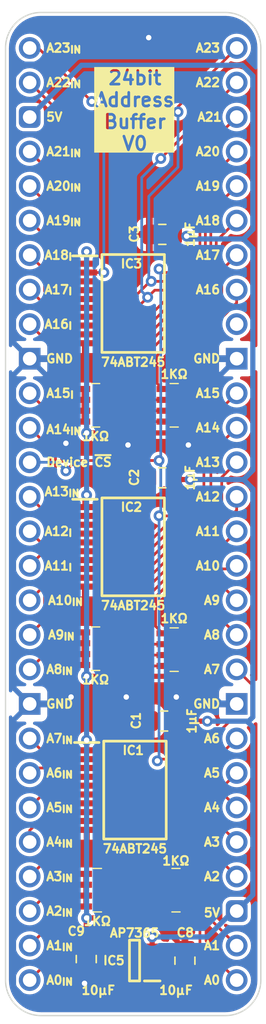
<source format=kicad_pcb>
(kicad_pcb (version 20221018) (generator pcbnew)
  (layers (0 "F.Cu" signal) (31 "B.Cu" signal) (36 "B.SilkS" user "B.Silkscreen") (37 "F.SilkS" user "F.Silkscreen") (38 "B.Mask" user) (39 "F.Mask" user) (44 "Edge.Cuts" user))
  (net 0 "")
  (net 1 "/5V")
  (net 2 "/GND")
  (net 3 "/3.3V")
  (net 5 "/Device ~{CS}")
  (net 6 "/A7_{IN}")
  (net 7 "/A6_{IN}")
  (net 8 "/A5_{IN}")
  (net 9 "/A4_{IN}")
  (net 10 "/A3_{IN}")
  (net 11 "/A2_{IN}")
  (net 12 "/A1_{IN}")
  (net 13 "/A0_{IN}")
  (net 14 "/A0")
  (net 15 "/A1")
  (net 16 "/A2")
  (net 17 "/A3")
  (net 18 "/A4")
  (net 19 "/A5")
  (net 20 "/A6")
  (net 21 "/A7")
  (net 22 "/A15_{IN}")
  (net 23 "/A14_{IN}")
  (net 24 "/A13_{IN}")
  (net 25 "/A12_{IN}")
  (net 26 "/A11_{IN}")
  (net 27 "/A10_{IN}")
  (net 28 "/A9_{IN}")
  (net 29 "/A8_{IN}")
  (net 30 "/A8")
  (net 31 "/A9")
  (net 32 "/A10")
  (net 33 "/A11")
  (net 34 "/A12")
  (net 35 "/A13")
  (net 36 "/A14")
  (net 37 "/A15")
  (net 38 "/A23_{IN}")
  (net 39 "/A22_{IN}")
  (net 40 "/A21_{IN}")
  (net 41 "/A20_{IN}")
  (net 42 "/A19_{IN}")
  (net 43 "/A18_{IN}")
  (net 44 "/A17_{IN}")
  (net 45 "/A16_{IN}")
  (net 46 "/A16")
  (net 47 "/A17")
  (net 48 "/A18")
  (net 49 "/A19")
  (net 50 "/A20")
  (net 51 "/A21")
  (net 52 "/A22")
  (net 53 "/A23")
  (footprint "SamacSys_Parts:CAY16-J4" (layer "F.Cu") (at 99.568 84.709 180)
    (fp_text reference "RN6" hide)
    (fp_text value "CAY16-102J4LF" hide)
  )
  (footprint "SamacSys_Parts:SOP65P780X200-20N" (layer "F.Cu") (at 96.52 95.123)
    (fp_text reference "IC2")
    (fp_text value "SN74ABT245BDBR" hide)
  )
  (footprint "SamacSys_Parts:C_0805" (layer "F.Cu") (at 100.330485 125.587915)
    (fp_text reference "C8")
    (fp_text value "10µF")
  )
  (footprint "SamacSys_Parts:CAY16-J4" (layer "F.Cu") (at 99.701 120.385 180)
    (fp_text reference "RN2" hide)
    (fp_text value "CAY16-102J4LF" hide)
  )
  (footprint "SamacSys_Parts:CAY16-J4" (layer "F.Cu") (at 93.859 120.385)
    (fp_text reference "RN1" hide)
    (fp_text value "CAY16-102J4LF" hide)
  )
  (footprint "SamacSys_Parts:CAY16-J4" (layer "F.Cu") (at 93.726 102.616)
    (fp_text reference "RN3" hide)
    (fp_text value "CAY16-102J4LF" hide)
  )
  (footprint "SamacSys_Parts:CAY16-J4" (layer "F.Cu") (at 93.726 84.709)
    (fp_text reference "RN5" hide)
    (fp_text value "CAY16-102J4LF" hide)
  )
  (footprint "SamacSys_Parts:SOP65P780X200-20N" (layer "F.Cu") (at 96.52 77.216)
    (fp_text reference "IC3")
    (fp_text value "SN74ABT245BDBR" hide)
  )
  (footprint "SamacSys_Parts:C_0805" (layer "F.Cu") (at 98.679 72.136 90)
    (fp_text reference "C3")
    (fp_text value "1μF")
  )
  (footprint "SamacSys_Parts:C_0805" (layer "F.Cu") (at 98.679 90.043 90)
    (fp_text reference "C2")
    (fp_text value "1μF")
  )
  (footprint "SamacSys_Parts:SOP65P780X200-20N" (layer "F.Cu") (at 96.653 113.019)
    (fp_text reference "IC1")
    (fp_text value "SN74ABT245BDBR" hide)
  )
  (footprint "SamacSys_Parts:CAY16-J4" (layer "F.Cu") (at 99.568 102.686 180)
    (fp_text reference "RN4" hide)
    (fp_text value "CAY16-102J4LF" hide)
  )
  (footprint "SamacSys_Parts:C_0805" (layer "F.Cu") (at 93.066085 125.435515 180)
    (fp_text reference "C9")
    (fp_text value "10µF")
  )
  (footprint "SamacSys_Parts:SOT95P285X130-5N" (layer "F.Cu") (at 96.622085 125.562515 180)
    (fp_text reference "IC5")
    (fp_text value "AP7365-33WG-7" hide)
  )
  (footprint "SamacSys_Parts:C_0805" (layer "F.Cu") (at 98.812 107.939 90)
    (fp_text reference "C1")
    (fp_text value "1μF")
  )
  (footprint "SamacSys_Parts:DIP-56_Board_W15.24mm" (layer "F.Cu") (at 88.9 58.42)
    (fp_text reference "J2" hide)
    (fp_text value "Conn_02x28_Counter_Clockwise" hide)
    (fp_line (start -1.778 68.58) (end -1.778 0) (stroke (width 0.1)) (layer "Edge.Cuts"))
    (fp_line (start 0.835732 -2.613732) (end 14.404267 -2.613733) (stroke (width 0.1)) (layer "Edge.Cuts"))
    (fp_line (start 14.404268 71.193732) (end 0.835733 71.193733) (stroke (width 0.1)) (layer "Edge.Cuts"))
    (fp_line (start 17.018 68.58) (end 17.017999 -0.000001) (stroke (width 0.1)) (layer "Edge.Cuts"))
    (fp_arc (start -1.778 0) (mid -1.012456 -1.848188) (end 0.835732 -2.613732) (stroke (width 0.1)) (layer "Edge.Cuts"))
    (fp_arc (start 0.835733 71.193733) (mid -1.012457 70.428189) (end -1.778 68.58) (stroke (width 0.1)) (layer "Edge.Cuts"))
    (fp_arc (start 14.404267 -2.613733) (mid 16.252457 -1.84819) (end 17.017999 -0.000001) (stroke (width 0.1)) (layer "Edge.Cuts"))
    (fp_arc (start 17.018 68.58) (mid 16.252456 70.428187) (end 14.404268 71.193732) (stroke (width 0.1)) (layer "Edge.Cuts"))
  )
  (gr_text "GND" (at 90.043 106.68) (layer "F.SilkS") (effects (font (size 0.635 0.635)) (justify left)))
  (gr_text "A14_{IN}" (at 90.043 86.487) (layer "F.SilkS") (effects (font (size 0.635 0.635)) (justify left)))
  (gr_text "GND" (at 102.997 81.28) (layer "F.SilkS") (effects (font (size 0.635 0.635)) (justify right)))
  (gr_text "A21" (at 103.124 63.5) (layer "F.SilkS") (effects (font (size 0.635 0.635)) (justify right)))
  (gr_text "A11" (at 102.997 93.98) (layer "F.SilkS") (effects (font (size 0.635 0.635)) (justify right)))
  (gr_text "5V" (at 90.043 63.5) (layer "F.SilkS") (effects (font (size 0.635 0.635)) (justify left)))
  (gr_text "A8" (at 102.997 101.6) (layer "F.SilkS") (effects (font (size 0.635 0.635)) (justify right)))
  (gr_text "A17_{I}" (at 89.916 76.2) (layer "F.SilkS") (effects (font (size 0.635 0.635)) (justify left)))
  (gr_text "A19" (at 102.997 68.58) (layer "F.SilkS") (effects (font (size 0.635 0.635)) (justify right)))
  (gr_text "A10" (at 102.997 96.52) (layer "F.SilkS") (effects (font (size 0.635 0.635)) (justify right)))
  (gr_text "A22" (at 102.997 60.96) (layer "F.SilkS") (effects (font (size 0.635 0.635)) (justify right)))
  (gr_text "A3" (at 102.997 116.84) (layer "F.SilkS") (effects (font (size 0.635 0.635)) (justify right)))
  (gr_text "A4_{IN}" (at 90.043 116.84) (layer "F.SilkS") (effects (font (size 0.635 0.635)) (justify left)))
  (gr_text "A5" (at 102.997 111.76) (layer "F.SilkS") (effects (font (size 0.635 0.635)) (justify right)))
  (gr_text "A9" (at 102.997 99.06) (layer "F.SilkS") (effects (font (size 0.635 0.635)) (justify right)))
  (gr_text "A6_{IN}" (at 90.043 111.76) (layer "F.SilkS") (effects (font (size 0.635 0.635)) (justify left)))
  (gr_text "A13_{IN}" (at 89.916 91.059) (layer "F.SilkS") (effects (font (size 0.635 0.635)) (justify left)))
  (gr_text "A14" (at 102.997 86.36) (layer "F.SilkS") (effects (font (size 0.635 0.635)) (justify right)))
  (gr_text "A10_{IN}" (at 90.17 99.06) (layer "F.SilkS") (effects (font (size 0.635 0.635)) (justify left)))
  (gr_text "A23" (at 102.997 58.42) (layer "F.SilkS") (effects (font (size 0.635 0.635)) (justify right)))
  (gr_text "A20" (at 102.997 66.04) (layer "F.SilkS") (effects (font (size 0.635 0.635)) (justify right)))
  (gr_text "A22_{IN}" (at 90.043 60.96) (layer "F.SilkS") (effects (font (size 0.635 0.635)) (justify left)))
  (gr_text "A11_{I}" (at 89.916 96.52) (layer "F.SilkS") (effects (font (size 0.635 0.635)) (justify left)))
  (gr_text "A16" (at 102.997 76.2) (layer "F.SilkS") (effects (font (size 0.635 0.635)) (justify right)))
  (gr_text "A4" (at 102.997 114.3) (layer "F.SilkS") (effects (font (size 0.635 0.635)) (justify right)))
  (gr_text "A2" (at 102.997 119.38) (layer "F.SilkS") (effects (font (size 0.635 0.635)) (justify right)))
  (gr_text "A5_{IN}" (at 90.043 114.3) (layer "F.SilkS") (effects (font (size 0.635 0.635)) (justify left)))
  (gr_text "A15" (at 102.997 83.82) (layer "F.SilkS") (effects (font (size 0.635 0.635)) (justify right)))
  (gr_text "A18_{I}" (at 89.916 73.66) (layer "F.SilkS") (effects (font (size 0.635 0.635)) (justify left)))
  (gr_text "A1" (at 102.997 124.46) (layer "F.SilkS") (effects (font (size 0.635 0.635)) (justify right)))
  (gr_text "A7_{IN}" (at 90.043 109.22) (layer "F.SilkS") (effects (font (size 0.635 0.635)) (justify left)))
  (gr_text "A1_{IN}" (at 90.043 124.46) (layer "F.SilkS") (effects (font (size 0.635 0.635)) (justify left)))
  (gr_text "A8_{IN}" (at 90.043 104.14) (layer "F.SilkS") (effects (font (size 0.635 0.635)) (justify left)))
  (gr_text "A16_{I}" (at 89.916 78.74) (layer "F.SilkS") (effects (font (size 0.635 0.635)) (justify left)))
  (gr_text "A13" (at 102.997 88.9) (layer "F.SilkS") (effects (font (size 0.635 0.635)) (justify right)))
  (gr_text "A12" (at 102.997 91.44) (layer "F.SilkS") (effects (font (size 0.635 0.635)) (justify right)))
  (gr_text "5V" (at 102.997 122.047) (layer "F.SilkS") (effects (font (size 0.635 0.635)) (justify right)))
  (gr_text "Device ~{CS}" (at 90.043 88.9) (layer "F.SilkS") (effects (font (size 0.635 0.635)) (justify left)))
  (gr_text "A17" (at 102.997 73.66) (layer "F.SilkS") (effects (font (size 0.635 0.635)) (justify right)))
  (gr_text "A19_{IN}" (at 90.043 71.12) (layer "F.SilkS") (effects (font (size 0.635 0.635)) (justify left)))
  (gr_text "A20_{IN}" (at 90.043 68.58) (layer "F.SilkS") (effects (font (size 0.635 0.635)) (justify left)))
  (gr_text "A18" (at 102.997 71.12) (layer "F.SilkS") (effects (font (size 0.635 0.635)) (justify right)))
  (gr_text "GND" (at 90.043 81.28) (layer "F.SilkS") (effects (font (size 0.635 0.635)) (justify left)))
  (gr_text "A12_{I}" (at 89.916 93.98) (layer "F.SilkS") (effects (font (size 0.635 0.635)) (justify left)))
  (gr_text "A0_{IN}" (at 90.043 127) (layer "F.SilkS") (effects (font (size 0.635 0.635)) (justify left)))
  (gr_text "A2_{IN}" (at 90.043 121.92) (layer "F.SilkS") (effects (font (size 0.635 0.635)) (justify left)))
  (gr_text "24bit\nAddress\nBuffer\nV0" (at 96.647 66.04) (layer "F.SilkS" knockout) (effects (font (size 1 1) (thickness 0.2) bold) (justify bottom)))
  (gr_text "A3_{IN}" (at 90.043 119.38) (layer "F.SilkS") (effects (font (size 0.635 0.635)) (justify left)))
  (gr_text "A15_{I}" (at 90.043 83.82) (layer "F.SilkS") (effects (font (size 0.635 0.635)) (justify left)))
  (gr_text "A9_{IN}" (at 90.17 101.6) (layer "F.SilkS") (effects (font (size 0.635 0.635)) (justify left)))
  (gr_text "A23_{IN}" (at 90.043 58.42) (layer "F.SilkS") (effects (font (size 0.635 0.635)) (justify left)))
  (gr_text "A7" (at 102.997 104.14) (layer "F.SilkS") (effects (font (size 0.635 0.635)) (justify right)))
  (gr_text "A21_{IN}" (at 90.043 66.04) (layer "F.SilkS") (effects (font (size 0.635 0.635)) (justify left)))
  (gr_text "GND" (at 102.997 106.68) (layer "F.SilkS") (effects (font (size 0.635 0.635)) (justify right)))
  (gr_text "A6" (at 102.997 109.22) (layer "F.SilkS") (effects (font (size 0.635 0.635)) (justify right)))
  (gr_text "A0" (at 102.997 127) (layer "F.SilkS") (effects (font (size 0.635 0.635)) (justify right)))
  (segment (start 99.613 90.043) (end 99.613 91.741) (width 0.38) (layer "F.Cu") (net 1))
  (segment (start 98.877085 124.612515) (end 97.922085 124.612515) (width 0.38) (layer "F.Cu") (net 1))
  (segment (start 97.922085 126.512515) (end 98.877085 126.512515) (width 0.38) (layer "F.Cu") (net 1))
  (segment (start 97.917 123.825) (end 97.917 124.60743) (width 0.38) (layer "F.Cu") (net 1))
  (segment (start 98.887085 125.460915) (end 99.543085 125.460915) (width 0.38) (layer "F.Cu") (net 1))
  (segment (start 98.887085 125.460915) (end 98.887085 124.622515) (width 0.38) (layer "F.Cu") (net 1))
  (segment (start 99.543085 125.460915) (end 100.330485 126.248315) (width 0.38) (layer "F.Cu") (net 1))
  (segment (start 100.457 72.263) (end 99.74 72.263) (width 0.38) (layer "F.Cu") (net 1))
  (segment (start 99.613 72.136) (end 99.613 73.834) (width 0.38) (layer "F.Cu") (net 1))
  (segment (start 98.887085 126.502515) (end 98.887085 125.460915) (width 0.38) (layer "F.Cu") (net 1))
  (segment (start 99.613 73.834) (end 100.07 74.291) (width 0.38) (layer "F.Cu") (net 1))
  (segment (start 99.746 107.939) (end 99.746 109.637) (width 0.38) (layer "F.Cu") (net 1))
  (segment (start 100.711 90.17) (end 99.74 90.17) (width 0.38) (layer "F.Cu") (net 1))
  (segment (start 98.877085 126.512515) (end 98.887085 126.502515) (width 0.38) (layer "F.Cu") (net 1))
  (segment (start 98.887085 124.622515) (end 98.877085 124.612515) (width 0.38) (layer "F.Cu") (net 1))
  (segment (start 99.746 109.637) (end 100.203 110.094) (width 0.38) (layer "F.Cu") (net 1))
  (segment (start 99.613 91.741) (end 100.07 92.198) (width 0.38) (layer "F.Cu") (net 1))
  (segment (start 101.981 107.95) (end 99.757 107.95) (width 0.38) (layer "F.Cu") (net 1))
  (via (at 97.917 123.825) (size 0.8) (drill 0.4) (layers "F.Cu" "B.Cu") (net 1))
  (via (at 101.981 107.95) (size 0.8) (drill 0.4) (layers "F.Cu" "B.Cu") (net 1))
  (via (at 100.711 90.17) (size 0.8) (drill 0.4) (layers "F.Cu" "B.Cu") (net 1))
  (via (at 100.457 72.263) (size 0.8) (drill 0.4) (layers "F.Cu" "B.Cu") (net 1))
  (segment (start 92.71 59.69) (end 88.9 63.5) (width 0.38) (layer "B.Cu") (net 1))
  (segment (start 104.632915 72.47) (end 105.33 71.772915) (width 0.38) (layer "B.Cu") (net 1))
  (segment (start 101.981 123.825) (end 97.917 123.825) (width 0.38) (layer "B.Cu") (net 1))
  (segment (start 104.648 90.17) (end 105.33 89.488) (width 0.38) (layer "B.Cu") (net 1))
  (segment (start 103.886 121.92) (end 101.981 123.825) (width 0.38) (layer "B.Cu") (net 1))
  (segment (start 105.33 90.852) (end 105.33 107.649) (width 0.38) (layer "B.Cu") (net 1))
  (segment (start 105.029 107.95) (end 104.902 107.95) (width 0.38) (layer "B.Cu") (net 1))
  (segment (start 105.33 71.772915) (end 105.33 60.467085) (width 0.38) (layer "B.Cu") (net 1))
  (segment (start 104.552915 59.69) (end 92.71 59.69) (width 0.38) (layer "B.Cu") (net 1))
  (segment (start 104.14 121.92) (end 105.33 120.73) (width 0.38) (layer "B.Cu") (net 1))
  (segment (start 104.648 90.17) (end 105.33 90.852) (width 0.38) (layer "B.Cu") (net 1))
  (segment (start 105.33 107.649) (end 105.029 107.95) (width 0.38) (layer "B.Cu") (net 1))
  (segment (start 105.33 108.378) (end 105.029 108.077) (width 0.38) (layer "B.Cu") (net 1))
  (segment (start 105.33 89.488) (end 105.33 73.167085) (width 0.38) (layer "B.Cu") (net 1))
  (segment (start 104.648 90.17) (end 100.711 90.17) (width 0.38) (layer "B.Cu") (net 1))
  (segment (start 105.33 120.73) (end 105.33 108.378) (width 0.38) (layer "B.Cu") (net 1))
  (segment (start 105.029 108.077) (end 104.902 107.95) (width 0.38) (layer "B.Cu") (net 1))
  (segment (start 105.33 73.167085) (end 104.632915 72.47) (width 0.38) (layer "B.Cu") (net 1))
  (segment (start 101.981 107.95) (end 104.902 107.95) (width 0.38) (layer "B.Cu") (net 1))
  (segment (start 100.664 72.47) (end 100.457 72.263) (width 0.38) (layer "B.Cu") (net 1))
  (segment (start 104.632915 72.47) (end 100.664 72.47) (width 0.38) (layer "B.Cu") (net 1))
  (segment (start 105.33 60.467085) (end 104.552915 59.69) (width 0.38) (layer "B.Cu") (net 1))
  (segment (start 97.217085 125.562515) (end 96.622085 126.157515) (width 0.38) (layer "F.Cu") (net 2))
  (segment (start 94.742 97.556) (end 94.25 98.048) (width 0.38) (layer "F.Cu") (net 2))
  (segment (start 97.713 74.118) (end 94.869 76.962) (width 0.38) (layer "F.Cu") (net 2))
  (segment (start 97.713 90.043) (end 94.742 93.014) (width 0.38) (layer "F.Cu") (net 2))
  (segment (start 94.869 76.962) (end 94.869 79.522) (width 0.38) (layer "F.Cu") (net 2))
  (segment (start 96.622085 126.157515) (end 96.622085 127.635) (width 0.38) (layer "F.Cu") (net 2))
  (segment (start 94.742 93.014) (end 94.742 97.556) (width 0.38) (layer "F.Cu") (net 2))
  (segment (start 91.948 106.172) (end 96.012 106.172) (width 0.38) (layer "F.Cu") (net 2))
  (segment (start 100.228085 124.621915) (end 99.162085 123.555915) (width 0.38) (layer "F.Cu") (net 2))
  (segment (start 97.713 72.136) (end 97.713 57.708) (width 0.38) (layer "F.Cu") (net 2))
  (segment (start 93.066085 126.401515) (end 94.29957 127.635) (width 0.38) (layer "F.Cu") (net 2))
  (segment (start 94.383 115.944) (end 93.103 115.944) (width 0.38) (layer "F.Cu") (net 2))
  (segment (start 97.713 57.708) (end 97.663 57.658) (width 0.38) (layer "F.Cu") (net 2))
  (segment (start 96.139 87.63) (end 91.694 87.63) (width 0.38) (layer "F.Cu") (net 2))
  (segment (start 94.869 115.458) (end 94.383 115.944) (width 0.38) (layer "F.Cu") (net 2))
  (segment (start 97.846 107.939) (end 94.869 110.916) (width 0.38) (layer "F.Cu") (net 2))
  (segment (start 94.869 79.522) (end 94.25 80.141) (width 0.38) (layer "F.Cu") (net 2))
  (segment (start 101.243915 127.635) (end 101.575085 127.30383) (width 0.38) (layer "F.Cu") (net 2))
  (segment (start 97.713 72.136) (end 97.713 74.118) (width 0.38) (layer "F.Cu") (net 2))
  (segment (start 94.29957 127.635) (end 96.622085 127.635) (width 0.38) (layer "F.Cu") (net 2))
  (segment (start 94.869 110.916) (end 94.869 115.458) (width 0.38) (layer "F.Cu") (net 2))
  (segment (start 96.012 106.172) (end 99.695 106.172) (width 0.38) (layer "F.Cu") (net 2))
  (segment (start 92.939085 127.238915) (end 92.939085 126.528515) (width 0.38) (layer "F.Cu") (net 2))
  (segment (start 94.25 80.141) (end 92.97 80.141) (width 0.38) (layer "F.Cu") (net 2))
  (segment (start 97.922085 125.562515) (end 97.217085 125.562515) (width 0.38) (layer "F.Cu") (net 2))
  (segment (start 96.622085 127.635) (end 101.243915 127.635) (width 0.38) (layer "F.Cu") (net 2))
  (segment (start 101.575085 127.30383) (end 101.575085 125.866515) (width 0.38) (layer "F.Cu") (net 2))
  (segment (start 101.575085 125.866515) (end 100.330485 124.621915) (width 0.38) (layer "F.Cu") (net 2))
  (segment (start 100.584 87.63) (end 96.139 87.63) (width 0.38) (layer "F.Cu") (net 2))
  (segment (start 91.694 87.63) (end 91.567 87.503) (width 0.38) (layer "F.Cu") (net 2))
  (segment (start 94.25 98.048) (end 92.97 98.048) (width 0.38) (layer "F.Cu") (net 2))
  (via (at 91.948 106.172) (size 0.8) (drill 0.4) (layers "F.Cu" "B.Cu") (net 2))
  (via (at 99.695 106.172) (size 0.8) (drill 0.4) (layers "F.Cu" "B.Cu") (net 2))
  (via (at 91.567 87.503) (size 0.8) (drill 0.4) (layers "F.Cu" "B.Cu") (net 2))
  (via (at 96.012 106.172) (size 0.8) (drill 0.4) (layers "F.Cu" "B.Cu") (net 2))
  (via (at 96.139 87.63) (size 0.8) (drill 0.4) (layers "F.Cu" "B.Cu") (net 2))
  (via (at 100.584 87.63) (size 0.8) (drill 0.4) (layers "F.Cu" "B.Cu") (net 2))
  (via (at 92.939085 127.238915) (size 0.8) (drill 0.4) (layers "F.Cu" "B.Cu") (net 2))
  (via (at 97.663 57.658) (size 0.8) (drill 0.4) (layers "F.Cu" "B.Cu") (net 2))
  (segment (start 87.71 80.09) (end 88.9 81.28) (width 0.38) (layer "B.Cu") (net 2))
  (segment (start 87.71 82.47) (end 87.71 105.49) (width 0.38) (layer "B.Cu") (net 2))
  (segment (start 99.695 106.172) (end 102.489 106.172) (width 0.38) (layer "B.Cu") (net 2))
  (segment (start 91.908 128.27) (end 88.487085 128.27) (width 0.38) (layer "B.Cu") (net 2))
  (segment (start 90.424 106.68) (end 88.9 106.68) (width 0.38) (layer "B.Cu") (net 2))
  (segment (start 97.663 57.658) (end 92.329 57.658) (width 0.38) (layer "B.Cu") (net 2))
  (segment (start 92.939085 127.238915) (end 91.908 128.27) (width 0.38) (layer "B.Cu") (net 2))
  (segment (start 87.71 105.49) (end 88.9 106.68) (width 0.38) (layer "B.Cu") (net 2))
  (segment (start 92.329 57.658) (end 90.377 59.61) (width 0.38) (layer "B.Cu") (net 2))
  (segment (start 88.9 81.28) (end 87.71 82.47) (width 0.38) (layer "B.Cu") (net 2))
  (segment (start 90.932 106.172) (end 91.948 106.172) (width 0.38) (layer "B.Cu") (net 2))
  (segment (start 102.489 106.172) (end 102.997 106.68) (width 0.38) (layer "B.Cu") (net 2))
  (segment (start 87.71 107.87) (end 88.9 106.68) (width 0.38) (layer "B.Cu") (net 2))
  (segment (start 102.997 106.68) (end 104.14 106.68) (width 0.38) (layer "B.Cu") (net 2))
  (segment (start 104.14 81.28) (end 100.584 84.836) (width 0.38) (layer "B.Cu") (net 2))
  (segment (start 87.71 127.492915) (end 87.71 107.87) (width 0.38) (layer "B.Cu") (net 2))
  (segment (start 90.932 106.172) (end 90.424 106.68) (width 0.38) (layer "B.Cu") (net 2))
  (segment (start 87.71 60.467085) (end 87.71 80.09) (width 0.38) (layer "B.Cu") (net 2))
  (segment (start 91.567 83.947) (end 88.9 81.28) (width 0.38) (layer "B.Cu") (net 2))
  (segment (start 88.567085 59.61) (end 87.71 60.467085) (width 0.38) (layer "B.Cu") (net 2))
  (segment (start 88.487085 128.27) (end 87.71 127.492915) (width 0.38) (layer "B.Cu") (net 2))
  (segment (start 90.377 59.61) (end 88.567085 59.61) (width 0.38) (layer "B.Cu") (net 2))
  (segment (start 100.584 84.836) (end 100.584 87.63) (width 0.38) (layer "B.Cu") (net 2))
  (segment (start 91.567 87.503) (end 91.567 83.947) (width 0.38) (layer "B.Cu") (net 2))
  (segment (start 92.97 92.198) (end 92.97 91.434) (width 0.38) (layer "F.Cu") (net 3))
  (segment (start 100.389 86.301) (end 100.389 85.909) (width 0.38) (layer "F.Cu") (net 3))
  (segment (start 100.389 85.109) (end 100.389 84.309) (width 0.38) (layer "F.Cu") (net 3))
  (segment (start 93.038 120.785) (end 93.038 121.585) (width 0.38) (layer "F.Cu") (net 3))
  (segment (start 100.389 85.909) (end 100.389 85.109) (width 0.38) (layer "F.Cu") (net 3))
  (segment (start 93.091 121.638) (end 93.038 121.585) (width 0.38) (layer "F.Cu") (net 3))
  (segment (start 100.389 104.335) (end 100.389 103.886) (width 0.38) (layer "F.Cu") (net 3))
  (segment (start 100.389 102.286) (end 100.389 101.486) (width 0.38) (layer "F.Cu") (net 3))
  (segment (start 93.103 109.359) (end 93.091 109.347) (width 0.38) (layer "F.Cu") (net 3))
  (segment (start 93.091 74.17) (end 92.97 74.291) (width 0.38) (layer "F.Cu") (net 3))
  (segment (start 92.97 91.434) (end 93.091 91.313) (width 0.38) (layer "F.Cu") (net 3))
  (segment (start 100.522 120.785) (end 100.522 121.585) (width 0.38) (layer "F.Cu") (net 3))
  (segment (start 93.091 122.428) (end 100.203 122.428) (width 0.38) (layer "F.Cu") (net 3))
  (segment (start 93.311085 124.501515) (end 95.322085 126.512515) (width 0.38) (layer "F.Cu") (net 3))
  (segment (start 100.389 103.886) (end 100.389 103.086) (width 0.38) (layer "F.Cu") (net 3))
  (segment (start 92.905 85.909) (end 92.905 85.109) (width 0.38) (layer "F.Cu") (net 3))
  (segment (start 93.038 119.985) (end 93.038 120.785) (width 0.38) (layer "F.Cu") (net 3))
  (segment (start 92.905 85.109) (end 92.905 84.309) (width 0.38) (layer "F.Cu") (net 3))
  (segment (start 93.091 73.406) (end 93.091 74.17) (width 0.38) (layer "F.Cu") (net 3))
  (segment (start 93.038 119.185) (end 93.038 119.985) (width 0.38) (layer "F.Cu") (net 3))
  (segment (start 93.091 104.648) (end 100.076 104.648) (width 0.38) (layer "F.Cu") (net 3))
  (segment (start 100.522 122.109) (end 100.522 121.585) (width 0.38) (layer "F.Cu") (net 3))
  (segment (start 92.905 83.509) (end 92.905 84.309) (width 0.38) (layer "F.Cu") (net 3))
  (segment (start 93.103 110.094) (end 93.103 109.359) (width 0.38) (layer "F.Cu") (net 3))
  (segment (start 93.091 86.095) (end 92.905 85.909) (width 0.38) (layer "F.Cu") (net 3))
  (segment (start 93.066085 124.501515) (end 93.066085 122.452915) (width 0.38) (layer "F.Cu") (net 3))
  (segment (start 100.076 104.648) (end 100.389 104.335) (width 0.38) (layer "F.Cu") (net 3))
  (segment (start 100.522 119.185) (end 100.522 119.985) (width 0.38) (layer "F.Cu") (net 3))
  (segment (start 92.905 102.216) (end 92.905 101.416) (width 0.38) (layer "F.Cu") (net 3))
  (segment (start 92.905 103.016) (end 92.905 102.216) (width 0.38) (layer "F.Cu") (net 3))
  (segment (start 100.522 119.985) (end 100.522 120.785) (width 0.38) (layer "F.Cu") (net 3))
  (segment (start 100.389 84.309) (end 100.389 83.509) (width 0.38) (layer "F.Cu") (net 3))
  (segment (start 93.091 122.428) (end 93.091 121.638) (width 0.38) (layer "F.Cu") (net 3))
  (segment (start 93.091 86.741) (end 93.091 86.095) (width 0.38) (layer "F.Cu") (net 3))
  (segment (start 93.091 104.648) (end 93.091 104.002) (width 0.38) (layer "F.Cu") (net 3))
  (segment (start 93.091 104.002) (end 92.905 103.816) (width 0.38) (layer "F.Cu") (net 3))
  (segment (start 100.203 122.428) (end 100.522 122.109) (width 0.38) (layer "F.Cu") (net 3))
  (segment (start 100.389 103.086) (end 100.389 102.286) (width 0.38) (layer "F.Cu") (net 3))
  (segment (start 93.066085 122.452915) (end 93.091 122.428) (width 0.38) (layer "F.Cu") (net 3))
  (segment (start 99.949 86.741) (end 100.389 86.301) (width 0.38) (layer "F.Cu") (net 3))
  (segment (start 93.091 86.741) (end 99.949 86.741) (width 0.38) (layer "F.Cu") (net 3))
  (segment (start 92.905 103.816) (end 92.905 103.016) (width 0.38) (layer "F.Cu") (net 3))
  (via (at 93.091 91.313) (size 0.8) (drill 0.4) (layers "F.Cu" "B.Cu") (net 3))
  (via (at 93.091 122.428) (size 0.8) (drill 0.4) (layers "F.Cu" "B.Cu") (net 3))
  (via (at 93.091 73.406) (size 0.8) (drill 0.4) (layers "F.Cu" "B.Cu") (net 3))
  (via (at 93.091 109.347) (size 0.8) (drill 0.4) (layers "F.Cu" "B.Cu") (net 3))
  (via (at 93.091 104.648) (size 0.8) (drill 0.4) (layers "F.Cu" "B.Cu") (net 3))
  (via (at 93.091 86.741) (size 0.8) (drill 0.4) (layers "F.Cu" "B.Cu") (net 3))
  (segment (start 93.091 86.741) (end 93.091 73.406) (width 0.38) (layer "B.Cu") (net 3))
  (segment (start 93.091 109.347) (end 93.091 104.648) (width 0.38) (layer "B.Cu") (net 3))
  (segment (start 93.091 91.313) (end 93.091 86.741) (width 0.38) (layer "B.Cu") (net 3))
  (segment (start 93.091 104.648) (end 93.091 91.313) (width 0.38) (layer "B.Cu") (net 3))
  (segment (start 93.091 122.428) (end 93.091 109.347) (width 0.38) (layer "B.Cu") (net 3))
  (segment (start 100.203 110.744) (end 98.425 110.744) (width 0.2) (layer "F.Cu") (net 5))
  (segment (start 92.329 88.773) (end 98.425004 88.773) (width 0.2) (layer "F.Cu") (net 5))
  (segment (start 100.07 74.941) (end 98.69 74.941) (width 0.2) (layer "F.Cu") (net 5))
  (segment (start 98.436 92.848) (end 98.425 92.837) (width 0.2) (layer "F.Cu") (net 5))
  (segment (start 98.69 74.941) (end 98.425 74.676) (width 0.2) (layer "F.Cu") (net 5))
  (segment (start 98.425 110.744) (end 98.298 110.871) (width 0.2) (layer "F.Cu") (net 5))
  (segment (start 100.07 92.848) (end 98.436 92.848) (width 0.2) (layer "F.Cu") (net 5))
  (segment (start 91.567 89.535) (end 92.329 88.773) (width 0.2) (layer "F.Cu") (net 5))
  (via (at 98.425 74.676) (size 0.8) (drill 0.4) (layers "F.Cu" "B.Cu") (net 5))
  (via (at 98.425 92.837) (size 0.8) (drill 0.4) (layers "F.Cu" "B.Cu") (net 5))
  (via (at 98.298 110.871) (size 0.8) (drill 0.4) (layers "F.Cu" "B.Cu") (net 5))
  (via (at 91.567 89.535) (size 0.8) (drill 0.4) (layers "F.Cu" "B.Cu") (net 5))
  (via (at 98.425004 88.773) (size 0.8) (drill 0.4) (layers "F.Cu" "B.Cu") (net 5))
  (segment (start 98.425 74.676) (end 98.552 74.803) (width 0.2) (layer "B.Cu") (net 5))
  (segment (start 98.552 88.899996) (end 98.552 92.71) (width 0.2) (layer "B.Cu") (net 5))
  (segment (start 98.552 88.646004) (end 98.425004 88.773) (width 0.2) (layer "B.Cu") (net 5))
  (segment (start 88.9 88.9) (end 90.932 88.9) (width 0.2) (layer "B.Cu") (net 5))
  (segment (start 98.552 74.803) (end 98.552 88.646004) (width 0.2) (layer "B.Cu") (net 5))
  (segment (start 98.552 92.71) (end 98.425 92.837) (width 0.2) (layer "B.Cu") (net 5))
  (segment (start 90.932 88.9) (end 91.567 89.535) (width 0.2) (layer "B.Cu") (net 5))
  (segment (start 98.425 110.744) (end 98.298 110.871) (width 0.2) (layer "B.Cu") (net 5))
  (segment (start 98.425 92.837) (end 98.425 110.744) (width 0.2) (layer "B.Cu") (net 5))
  (segment (start 98.425004 88.773) (end 98.552 88.899996) (width 0.2) (layer "B.Cu") (net 5))
  (segment (start 90.424 110.744) (end 93.103 110.744) (width 0.2) (layer "F.Cu") (net 6))
  (segment (start 88.9 109.22) (end 90.424 110.744) (width 0.2) (layer "F.Cu") (net 6))
  (segment (start 93.103 111.394) (end 89.266 111.394) (width 0.2) (layer "F.Cu") (net 7))
  (segment (start 88.9 114.3) (end 91.156 112.044) (width 0.2) (layer "F.Cu") (net 8))
  (segment (start 91.156 112.044) (end 93.103 112.044) (width 0.2) (layer "F.Cu") (net 8))
  (segment (start 88.9 116.84) (end 88.9 115.99063) (width 0.2) (layer "F.Cu") (net 9))
  (segment (start 88.9 115.99063) (end 92.19663 112.694) (width 0.2) (layer "F.Cu") (net 9))
  (segment (start 92.19663 112.694) (end 93.103 112.694) (width 0.2) (layer "F.Cu") (net 9))
  (segment (start 92.112316 113.344) (end 93.103 113.344) (width 0.2) (layer "F.Cu") (net 10))
  (segment (start 90.57 114.886316) (end 92.112316 113.344) (width 0.2) (layer "F.Cu") (net 10))
  (segment (start 88.9 119.38) (end 90.57 117.71) (width 0.2) (layer "F.Cu") (net 10))
  (segment (start 90.57 117.71) (end 90.57 114.886316) (width 0.2) (layer "F.Cu") (net 10))
  (segment (start 93.103 113.994) (end 92.028002 113.994) (width 0.2) (layer "F.Cu") (net 11))
  (segment (start 91.097 114.925002) (end 91.097 119.723) (width 0.2) (layer "F.Cu") (net 11))
  (segment (start 92.028002 113.994) (end 91.097 114.925002) (width 0.2) (layer "F.Cu") (net 11))
  (segment (start 91.097 119.723) (end 88.9 121.92) (width 0.2) (layer "F.Cu") (net 11))
  (segment (start 92.003 114.644) (end 93.103 114.644) (width 0.2) (layer "F.Cu") (net 12))
  (segment (start 91.497 121.863) (end 91.497001 115.149999) (width 0.2) (layer "F.Cu") (net 12))
  (segment (start 91.497001 115.149999) (end 92.003 114.644) (width 0.2) (layer "F.Cu") (net 12))
  (segment (start 88.9 124.46) (end 91.497 121.863) (width 0.2) (layer "F.Cu") (net 12))
  (segment (start 92.003 115.294) (end 91.897001 115.399999) (width 0.2) (layer "F.Cu") (net 13))
  (segment (start 91.897001 124.002999) (end 88.9 127) (width 0.2) (layer "F.Cu") (net 13))
  (segment (start 93.103 115.294) (end 92.003 115.294) (width 0.2) (layer "F.Cu") (net 13))
  (segment (start 91.897001 115.399999) (end 91.897001 124.002999) (width 0.2) (layer "F.Cu") (net 13))
  (segment (start 100.203 115.944) (end 100.203 116.574372) (width 0.2) (layer "F.Cu") (net 14))
  (segment (start 101.435 117.806372) (end 101.435 124.295) (width 0.2) (layer "F.Cu") (net 14))
  (segment (start 100.203 116.574372) (end 101.435 117.806372) (width 0.2) (layer "F.Cu") (net 14))
  (segment (start 98.552 118.915) (end 98.552 116.459) (width 0.2) (layer "F.Cu") (net 14))
  (segment (start 101.435 124.295) (end 104.14 127) (width 0.2) (layer "F.Cu") (net 14))
  (segment (start 98.822 119.185) (end 98.552 118.915) (width 0.2) (layer "F.Cu") (net 14))
  (segment (start 99.067 115.944) (end 100.203 115.944) (width 0.2) (layer "F.Cu") (net 14))
  (segment (start 98.552 116.459) (end 99.067 115.944) (width 0.2) (layer "F.Cu") (net 14))
  (segment (start 101.835 122.155) (end 104.14 124.46) (width 0.2) (layer "F.Cu") (net 15))
  (segment (start 98.268 119.985) (end 98.072 119.789) (width 0.2) (layer "F.Cu") (net 15))
  (segment (start 98.955 115.294) (end 100.203 115.294) (width 0.2) (layer "F.Cu") (net 15))
  (segment (start 98.072 119.789) (end 98.072 116.177) (width 0.2) (layer "F.Cu") (net 15))
  (segment (start 101.303 115.294) (end 101.403 115.394) (width 0.2) (layer "F.Cu") (net 15))
  (segment (start 98.822 119.985) (end 98.268 119.985) (width 0.2) (layer "F.Cu") (net 15))
  (segment (start 100.203 115.294) (end 101.303 115.294) (width 0.2) (layer "F.Cu") (net 15))
  (segment (start 98.072 116.177) (end 98.955 115.294) (width 0.2) (layer "F.Cu") (net 15))
  (segment (start 101.403 117.208686) (end 101.835 117.640686) (width 0.2) (layer "F.Cu") (net 15))
  (segment (start 101.835 117.640686) (end 101.835 122.155) (width 0.2) (layer "F.Cu") (net 15))
  (segment (start 101.403 115.394) (end 101.403 117.208686) (width 0.2) (layer "F.Cu") (net 15))
  (segment (start 97.672 120.285) (end 98.172 120.785) (width 0.2) (layer "F.Cu") (net 16))
  (segment (start 101.303 114.644) (end 100.203 114.644) (width 0.2) (layer "F.Cu") (net 16))
  (segment (start 100.203 114.644) (end 99.039315 114.644) (width 0.2) (layer "F.Cu") (net 16))
  (segment (start 101.803 117.043) (end 101.803 115.144) (width 0.2) (layer "F.Cu") (net 16))
  (segment (start 99.039315 114.644) (end 97.672 116.011315) (width 0.2) (layer "F.Cu") (net 16))
  (segment (start 98.172 120.785) (end 98.822 120.785) (width 0.2) (layer "F.Cu") (net 16))
  (segment (start 104.14 119.38) (end 101.803 117.043) (width 0.2) (layer "F.Cu") (net 16))
  (segment (start 97.672 116.011315) (end 97.672 120.285) (width 0.2) (layer "F.Cu") (net 16))
  (segment (start 101.803 115.144) (end 101.303 114.644) (width 0.2) (layer "F.Cu") (net 16))
  (segment (start 99.103 113.994) (end 97.272 115.825) (width 0.2) (layer "F.Cu") (net 17))
  (segment (start 98.172 121.585) (end 98.822 121.585) (width 0.2) (layer "F.Cu") (net 17))
  (segment (start 100.203 113.994) (end 99.103 113.994) (width 0.2) (layer "F.Cu") (net 17))
  (segment (start 97.272 120.685) (end 98.172 121.585) (width 0.2) (layer "F.Cu") (net 17))
  (segment (start 101.294 113.994) (end 100.203 113.994) (width 0.2) (layer "F.Cu") (net 17))
  (segment (start 104.14 116.84) (end 101.294 113.994) (width 0.2) (layer "F.Cu") (net 17))
  (segment (start 97.272 115.825) (end 97.272 120.685) (width 0.2) (layer "F.Cu") (net 17))
  (segment (start 96.831 115.616) (end 96.831 120.142) (width 0.2) (layer "F.Cu") (net 18))
  (segment (start 103.184 113.344) (end 100.203 113.344) (width 0.2) (layer "F.Cu") (net 18))
  (segment (start 95.388 121.585) (end 94.738 121.585) (width 0.2) (layer "F.Cu") (net 18))
  (segment (start 100.203 113.344) (end 99.103 113.344) (width 0.2) (layer "F.Cu") (net 18))
  (segment (start 104.14 114.3) (end 103.184 113.344) (width 0.2) (layer "F.Cu") (net 18))
  (segment (start 96.831 120.142) (end 95.388 121.585) (width 0.2) (layer "F.Cu") (net 18))
  (segment (start 99.103 113.344) (end 96.831 115.616) (width 0.2) (layer "F.Cu") (net 18))
  (segment (start 99.103 112.694) (end 96.431 115.366) (width 0.2) (layer "F.Cu") (net 19))
  (segment (start 103.206 112.694) (end 100.203 112.694) (width 0.2) (layer "F.Cu") (net 19))
  (segment (start 104.14 111.76) (end 103.206 112.694) (width 0.2) (layer "F.Cu") (net 19))
  (segment (start 96.431 115.366) (end 96.431 119.742) (width 0.2) (layer "F.Cu") (net 19))
  (segment (start 96.431 119.742) (end 95.388 120.785) (width 0.2) (layer "F.Cu") (net 19))
  (segment (start 95.388 120.785) (end 94.738 120.785) (width 0.2) (layer "F.Cu") (net 19))
  (segment (start 100.203 112.694) (end 99.103 112.694) (width 0.2) (layer "F.Cu") (net 19))
  (segment (start 101.316 112.044) (end 100.203 112.044) (width 0.2) (layer "F.Cu") (net 20))
  (segment (start 95.388 119.985) (end 94.738 119.985) (width 0.2) (layer "F.Cu") (net 20))
  (segment (start 96.031 115.116) (end 96.031 119.342) (width 0.2) (layer "F.Cu") (net 20))
  (segment (start 99.103 112.044) (end 96.031 115.116) (width 0.2) (layer "F.Cu") (net 20))
  (segment (start 104.14 109.22) (end 101.316 112.044) (width 0.2) (layer "F.Cu") (net 20))
  (segment (start 100.203 112.044) (end 99.103 112.044) (width 0.2) (layer "F.Cu") (net 20))
  (segment (start 96.031 119.342) (end 95.388 119.985) (width 0.2) (layer "F.Cu") (net 20))
  (segment (start 105.24 105.24) (end 104.14 104.14) (width 0.2) (layer "F.Cu") (net 21))
  (segment (start 94.738 119.185) (end 95.318 119.185) (width 0.2) (layer "F.Cu") (net 21))
  (segment (start 101.403 111.269) (end 101.403 110.179) (width 0.2) (layer "F.Cu") (net 21))
  (segment (start 95.631 114.891) (end 99.128 111.394) (width 0.2) (layer "F.Cu") (net 21))
  (segment (start 101.278 111.394) (end 101.403 111.269) (width 0.2) (layer "F.Cu") (net 21))
  (segment (start 103.632 107.95) (end 105.07 107.95) (width 0.2) (layer "F.Cu") (net 21))
  (segment (start 95.318 119.185) (end 95.631 118.872) (width 0.2) (layer "F.Cu") (net 21))
  (segment (start 101.403 110.179) (end 103.632 107.95) (width 0.2) (layer "F.Cu") (net 21))
  (segment (start 95.631 118.872) (end 95.631 114.891) (width 0.2) (layer "F.Cu") (net 21))
  (segment (start 105.24 107.78) (end 105.24 105.24) (width 0.2) (layer "F.Cu") (net 21))
  (segment (start 99.128 111.394) (end 100.203 111.394) (width 0.2) (layer "F.Cu") (net 21))
  (segment (start 105.07 107.95) (end 105.24 107.78) (width 0.2) (layer "F.Cu") (net 21))
  (segment (start 100.203 111.394) (end 101.278 111.394) (width 0.2) (layer "F.Cu") (net 21))
  (segment (start 92.97 92.848) (end 91.895 92.848) (width 0.2) (layer "F.Cu") (net 22))
  (segment (start 90.8 91.753) (end 90.8 85.72) (width 0.2) (layer "F.Cu") (net 22))
  (segment (start 90.8 85.72) (end 88.9 83.82) (width 0.2) (layer "F.Cu") (net 22))
  (segment (start 91.895 92.848) (end 90.8 91.753) (width 0.2) (layer "F.Cu") (net 22))
  (segment (start 92.97 93.498) (end 91.87 93.498) (width 0.2) (layer "F.Cu") (net 23))
  (segment (start 91.87 93.498) (end 90.4 92.028) (width 0.2) (layer "F.Cu") (net 23))
  (segment (start 90.4 92.028) (end 90.4 87.86) (width 0.2) (layer "F.Cu") (net 23))
  (segment (start 90.4 87.86) (end 88.9 86.36) (width 0.2) (layer "F.Cu") (net 23))
  (segment (start 92.97 94.148) (end 91.608 94.148) (width 0.2) (layer "F.Cu") (net 24))
  (segment (start 91.608 94.148) (end 88.9 91.44) (width 0.2) (layer "F.Cu") (net 24))
  (segment (start 88.9 93.98) (end 89.718 94.798) (width 0.2) (layer "F.Cu") (net 25))
  (segment (start 89.718 94.798) (end 92.97 94.798) (width 0.2) (layer "F.Cu") (net 25))
  (segment (start 92.97 95.448) (end 89.972 95.448) (width 0.2) (layer "F.Cu") (net 26))
  (segment (start 89.972 95.448) (end 88.9 96.52) (width 0.2) (layer "F.Cu") (net 26))
  (segment (start 92.97 96.098) (end 91.862 96.098) (width 0.2) (layer "F.Cu") (net 27))
  (segment (start 91.862 96.098) (end 88.9 99.06) (width 0.2) (layer "F.Cu") (net 27))
  (segment (start 90 98.618) (end 91.87 96.748) (width 0.2) (layer "F.Cu") (net 28))
  (segment (start 88.9 101.6) (end 90 100.5) (width 0.2) (layer "F.Cu") (net 28))
  (segment (start 91.87 96.748) (end 92.97 96.748) (width 0.2) (layer "F.Cu") (net 28))
  (segment (start 90 100.5) (end 90 98.618) (width 0.2) (layer "F.Cu") (net 28))
  (segment (start 90.424 98.844) (end 90.424 102.616) (width 0.2) (layer "F.Cu") (net 29))
  (segment (start 90.424 102.616) (end 88.9 104.14) (width 0.2) (layer "F.Cu") (net 29))
  (segment (start 91.87 97.398) (end 90.424 98.844) (width 0.2) (layer "F.Cu") (net 29))
  (segment (start 92.97 97.398) (end 91.87 97.398) (width 0.2) (layer "F.Cu") (net 29))
  (segment (start 98.176998 98.800002) (end 98.176998 100.973998) (width 0.2) (layer "F.Cu") (net 30))
  (segment (start 104.14 101.6) (end 100.588 98.048) (width 0.2) (layer "F.Cu") (net 30))
  (segment (start 98.176998 100.973998) (end 98.689 101.486) (width 0.2) (layer "F.Cu") (net 30))
  (segment (start 100.07 98.048) (end 98.929 98.048) (width 0.2) (layer "F.Cu") (net 30))
  (segment (start 98.929 98.048) (end 98.176998 98.800002) (width 0.2) (layer "F.Cu") (net 30))
  (segment (start 97.777 102.024) (end 98.039 102.286) (width 0.2) (layer "F.Cu") (net 31))
  (segment (start 98.039 102.286) (end 98.689 102.286) (width 0.2) (layer "F.Cu") (net 31))
  (segment (start 102.478 97.398) (end 100.07 97.398) (width 0.2) (layer "F.Cu") (net 31))
  (segment (start 98.97 97.398) (end 97.777 98.591) (width 0.2) (layer "F.Cu") (net 31))
  (segment (start 100.07 97.398) (end 98.97 97.398) (width 0.2) (layer "F.Cu") (net 31))
  (segment (start 104.14 99.06) (end 102.478 97.398) (width 0.2) (layer "F.Cu") (net 31))
  (segment (start 97.777 98.591) (end 97.777 102.024) (width 0.2) (layer "F.Cu") (net 31))
  (segment (start 100.07 96.748) (end 98.97 96.748) (width 0.2) (layer "F.Cu") (net 32))
  (segment (start 97.377 102.424) (end 98.039 103.086) (width 0.2) (layer "F.Cu") (net 32))
  (segment (start 98.039 103.086) (end 98.689 103.086) (width 0.2) (layer "F.Cu") (net 32))
  (segment (start 103.912 96.748) (end 100.07 96.748) (width 0.2) (layer "F.Cu") (net 32))
  (segment (start 98.97 96.748) (end 97.377 98.341) (width 0.2) (layer "F.Cu") (net 32))
  (segment (start 97.377 98.341) (end 97.377 102.424) (width 0.2) (layer "F.Cu") (net 32))
  (segment (start 98.039 103.886) (end 98.689 103.886) (width 0.2) (layer "F.Cu") (net 33))
  (segment (start 96.977 102.824) (end 98.039 103.886) (width 0.2) (layer "F.Cu") (net 33))
  (segment (start 102.022 96.098) (end 104.14 93.98) (width 0.2) (layer "F.Cu") (net 33))
  (segment (start 100.07 96.098) (end 98.97 96.098) (width 0.2) (layer "F.Cu") (net 33))
  (segment (start 96.977 98.091) (end 96.977 102.824) (width 0.2) (layer "F.Cu") (net 33))
  (segment (start 100.07 96.098) (end 102.022 96.098) (width 0.2) (layer "F.Cu") (net 33))
  (segment (start 98.97 96.098) (end 96.977 98.091) (width 0.2) (layer "F.Cu") (net 33))
  (segment (start 98.97 95.448) (end 96.577 97.841) (width 0.2) (layer "F.Cu") (net 34))
  (segment (start 100.07 95.448) (end 98.97 95.448) (width 0.2) (layer "F.Cu") (net 34))
  (segment (start 104.14 92.424365) (end 101.116365 95.448) (width 0.2) (layer "F.Cu") (net 34))
  (segment (start 101.116365 95.448) (end 100.07 95.448) (width 0.2) (layer "F.Cu") (net 34))
  (segment (start 104.14 91.44) (end 104.14 92.424365) (width 0.2) (layer "F.Cu") (net 34))
  (segment (start 96.577 97.841) (end 96.577 102.494) (width 0.2) (layer "F.Cu") (net 34))
  (segment (start 95.255 103.816) (end 94.605 103.816) (width 0.2) (layer "F.Cu") (net 34))
  (segment (start 96.577 102.494) (end 95.255 103.816) (width 0.2) (layer "F.Cu") (net 34))
  (segment (start 95.255 103.016) (end 96.177 102.094) (width 0.2) (layer "F.Cu") (net 35))
  (segment (start 103.04 90) (end 103.04 92.928) (width 0.2) (layer "F.Cu") (net 35))
  (segment (start 103.04 92.928) (end 101.17 94.798) (width 0.2) (layer "F.Cu") (net 35))
  (segment (start 98.97 94.798) (end 100.07 94.798) (width 0.2) (layer "F.Cu") (net 35))
  (segment (start 94.605 103.016) (end 95.255 103.016) (width 0.2) (layer "F.Cu") (net 35))
  (segment (start 101.17 94.798) (end 100.07 94.798) (width 0.2) (layer "F.Cu") (net 35))
  (segment (start 96.177 102.094) (end 96.177 97.591) (width 0.2) (layer "F.Cu") (net 35))
  (segment (start 96.177 97.591) (end 98.97 94.798) (width 0.2) (layer "F.Cu") (net 35))
  (segment (start 104.14 88.9) (end 103.04 90) (width 0.2) (layer "F.Cu") (net 35))
  (segment (start 95.255 102.216) (end 94.605 102.216) (width 0.2) (layer "F.Cu") (net 36))
  (segment (start 102.240001 88.259999) (end 104.14 86.36) (width 0.2) (layer "F.Cu") (net 36))
  (segment (start 100.07 94.148) (end 98.97 94.148) (width 0.2) (layer "F.Cu") (net 36))
  (segment (start 101.145 94.148) (end 102.240001 93.052999) (width 0.2) (layer "F.Cu") (net 36))
  (segment (start 98.97 94.148) (end 95.777 97.341) (width 0.2) (layer "F.Cu") (net 36))
  (segment (start 95.777 101.694) (end 95.255 102.216) (width 0.2) (layer "F.Cu") (net 36))
  (segment (start 95.777 97.341) (end 95.777 101.694) (width 0.2) (layer "F.Cu") (net 36))
  (segment (start 100.07 94.148) (end 101.145 94.148) (width 0.2) (layer "F.Cu") (net 36))
  (segment (start 102.240001 93.052999) (end 102.240001 88.259999) (width 0.2) (layer "F.Cu") (net 36))
  (segment (start 100.07 93.498) (end 101.17 93.498) (width 0.2) (layer "F.Cu") (net 37))
  (segment (start 101.17 93.498) (end 101.727 92.941) (width 0.2) (layer "F.Cu") (net 37))
  (segment (start 101.727 92.941) (end 101.727 86.233) (width 0.2) (layer "F.Cu") (net 37))
  (segment (start 98.97 93.498) (end 100.07 93.498) (width 0.2) (layer "F.Cu") (net 37))
  (segment (start 95.377 97.091) (end 98.97 93.498) (width 0.2) (layer "F.Cu") (net 37))
  (segment (start 95.377 101.092) (end 95.377 97.091) (width 0.2) (layer "F.Cu") (net 37))
  (segment (start 95.053 101.416) (end 95.377 101.092) (width 0.2) (layer "F.Cu") (net 37))
  (segment (start 94.605 101.416) (end 95.053 101.416) (width 0.2) (layer "F.Cu") (net 37))
  (segment (start 101.727 86.233) (end 104.14 83.82) (width 0.2) (layer "F.Cu") (net 37))
  (segment (start 92.97 74.941) (end 94.35 74.941) (width 0.2) (layer "F.Cu") (net 38))
  (segment (start 94.35 74.941) (end 94.361 74.93) (width 0.2) (layer "F.Cu") (net 38))
  (segment (start 93.472 62.357) (end 89.535 58.42) (width 0.2) (layer "F.Cu") (net 38))
  (via (at 93.472 62.357) (size 0.8) (drill 0.4) (layers "F.Cu" "B.Cu") (net 38))
  (via (at 94.361 74.93) (size 0.8) (drill 0.4) (layers "F.Cu" "B.Cu") (net 38))
  (segment (start 94.361 63.246) (end 93.472 62.357) (width 0.2) (layer "B.Cu") (net 38))
  (segment (start 94.361 74.93) (end 94.361 63.246) (width 0.2) (layer "B.Cu") (net 38))
  (segment (start 92.97 75.591) (end 91.87 75.591) (width 0.2) (layer "F.Cu") (net 39))
  (segment (start 91.87 75.591) (end 91.694 75.415) (width 0.2) (layer "F.Cu") (net 39))
  (segment (start 91.694 63.754) (end 88.9 60.96) (width 0.2) (layer "F.Cu") (net 39))
  (segment (start 91.694 75.415) (end 91.694 63.754) (width 0.2) (layer "F.Cu") (net 39))
  (segment (start 91.294 68.434) (end 88.9 66.04) (width 0.2) (layer "F.Cu") (net 40))
  (segment (start 91.87 76.241) (end 91.294 75.665) (width 0.2) (layer "F.Cu") (net 40))
  (segment (start 91.294 75.665) (end 91.294 68.434) (width 0.2) (layer "F.Cu") (net 40))
  (segment (start 92.97 76.241) (end 91.87 76.241) (width 0.2) (layer "F.Cu") (net 40))
  (segment (start 90.8 70.48) (end 88.9 68.58) (width 0.2) (layer "F.Cu") (net 41))
  (segment (start 90.8 75.821) (end 90.8 70.48) (width 0.2) (layer "F.Cu") (net 41))
  (segment (start 91.87 76.891) (end 90.8 75.821) (width 0.2) (layer "F.Cu") (net 41))
  (segment (start 92.97 76.891) (end 91.87 76.891) (width 0.2) (layer "F.Cu") (net 41))
  (segment (start 90.4 72.62) (end 88.9 71.12) (width 0.2) (layer "F.Cu") (net 42))
  (segment (start 91.895 77.541) (end 90.4 76.046) (width 0.2) (layer "F.Cu") (net 42))
  (segment (start 92.97 77.541) (end 91.895 77.541) (width 0.2) (layer "F.Cu") (net 42))
  (segment (start 90.4 76.046) (end 90.4 72.62) (width 0.2) (layer "F.Cu") (net 42))
  (segment (start 90 76.321) (end 90 74.76) (width 0.2) (layer "F.Cu") (net 43))
  (segment (start 91.87 78.191) (end 90 76.321) (width 0.2) (layer "F.Cu") (net 43))
  (segment (start 92.97 78.191) (end 91.87 78.191) (width 0.2) (layer "F.Cu") (net 43))
  (segment (start 90 74.76) (end 88.9 73.66) (width 0.2) (layer "F.Cu") (net 43))
  (segment (start 91.541 78.841) (end 88.9 76.2) (width 0.2) (layer "F.Cu") (net 44))
  (segment (start 92.97 78.841) (end 91.541 78.841) (width 0.2) (layer "F.Cu") (net 44))
  (segment (start 89.651 79.491) (end 92.97 79.491) (width 0.2) (layer "F.Cu") (net 45))
  (segment (start 88.9 78.74) (end 89.651 79.491) (width 0.2) (layer "F.Cu") (net 45))
  (segment (start 98.298 81.026) (end 98.298 83.118) (width 0.2) (layer "F.Cu") (net 46))
  (segment (start 100.07 80.141) (end 99.183 80.141) (width 0.2) (layer "F.Cu") (net 46))
  (segment (start 99.183 80.141) (end 98.298 81.026) (width 0.2) (layer "F.Cu") (net 46))
  (segment (start 104.14 77.171) (end 104.14 76.2) (width 0.2) (layer "F.Cu") (net 46))
  (segment (start 101.17 80.141) (end 104.14 77.171) (width 0.2) (layer "F.Cu") (net 46))
  (segment (start 98.298 83.118) (end 98.689 83.509) (width 0.2) (layer "F.Cu") (net 46))
  (segment (start 100.07 80.141) (end 101.17 80.141) (width 0.2) (layer "F.Cu") (net 46))
  (segment (start 103.04 74.76) (end 104.14 73.66) (width 0.2) (layer "F.Cu") (net 47))
  (segment (start 100.07 79.491) (end 98.97 79.491) (width 0.2) (layer "F.Cu") (net 47))
  (segment (start 100.07 79.491) (end 101.17 79.491) (width 0.2) (layer "F.Cu") (net 47))
  (segment (start 103.04 77.621) (end 103.04 74.76) (width 0.2) (layer "F.Cu") (net 47))
  (segment (start 98.97 79.491) (end 97.777 80.684) (width 0.2) (layer "F.Cu") (net 47))
  (segment (start 98.039 84.309) (end 98.689 84.309) (width 0.2) (layer "F.Cu") (net 47))
  (segment (start 97.777 84.047) (end 98.039 84.309) (width 0.2) (layer "F.Cu") (net 47))
  (segment (start 101.17 79.491) (end 103.04 77.621) (width 0.2) (layer "F.Cu") (net 47))
  (segment (start 97.777 80.684) (end 97.777 84.047) (width 0.2) (layer "F.Cu") (net 47))
  (segment (start 102.635 77.376) (end 102.635 72.625) (width 0.2) (layer "F.Cu") (net 48))
  (segment (start 98.97 78.841) (end 97.377 80.434) (width 0.2) (layer "F.Cu") (net 48))
  (segment (start 97.377 84.447) (end 98.039 85.109) (width 0.2) (layer "F.Cu") (net 48))
  (segment (start 102.635 72.625) (end 104.14 71.12) (width 0.2) (layer "F.Cu") (net 48))
  (segment (start 100.07 78.841) (end 98.97 78.841) (width 0.2) (layer "F.Cu") (net 48))
  (segment (start 97.377 80.434) (end 97.377 84.447) (width 0.2) (layer "F.Cu") (net 48))
  (segment (start 101.17 78.841) (end 102.635 77.376) (width 0.2) (layer "F.Cu") (net 48))
  (segment (start 100.07 78.841) (end 101.17 78.841) (width 0.2) (layer "F.Cu") (net 48))
  (segment (start 98.039 85.109) (end 98.689 85.109) (width 0.2) (layer "F.Cu") (net 48))
  (segment (start 100.07 78.191) (end 98.97 78.191) (width 0.2) (layer "F.Cu") (net 49))
  (segment (start 100.07 78.191) (end 101.17 78.191) (width 0.2) (layer "F.Cu") (net 49))
  (segment (start 101.17 78.191) (end 102.235 77.126) (width 0.2) (layer "F.Cu") (net 49))
  (segment (start 98.97 78.191) (end 96.977 80.184) (width 0.2) (layer "F.Cu") (net 49))
  (segment (start 96.977 80.184) (end 96.977 84.847) (width 0.2) (layer "F.Cu") (net 49))
  (segment (start 102.235 77.126) (end 102.235 70.485) (width 0.2) (layer "F.Cu") (net 49))
  (segment (start 102.235 70.485) (end 104.14 68.58) (width 0.2) (layer "F.Cu") (net 49))
  (segment (start 98.039 85.909) (end 98.689 85.909) (width 0.2) (layer "F.Cu") (net 49))
  (segment (start 96.977 84.847) (end 98.039 85.909) (width 0.2) (layer "F.Cu") (net 49))
  (segment (start 100.07 77.541) (end 98.97 77.541) (width 0.2) (layer "F.Cu") (net 50))
  (segment (start 101.17 77.541) (end 101.835 76.876) (width 0.2) (layer "F.Cu") (net 50))
  (segment (start 98.97 77.541) (end 96.577 79.934) (width 0.2) (layer "F.Cu") (net 50))
  (segment (start 96.577 79.934) (end 96.577 84.587) (width 0.2) (layer "F.Cu") (net 50))
  (segment (start 95.255 85.909) (end 94.605 85.909) (width 0.2) (layer "F.Cu") (net 50))
  (segment (start 100.07 77.541) (end 101.17 77.541) (width 0.2) (layer "F.Cu") (net 50))
  (segment (start 101.835 76.876) (end 101.835 68.345) (width 0.2) (layer "F.Cu") (net 50))
  (segment (start 101.835 68.345) (end 104.14 66.04) (width 0.2) (layer "F.Cu") (net 50))
  (segment (start 96.577 84.587) (end 95.255 85.909) (width 0.2) (layer "F.Cu") (net 50))
  (segment (start 100.07 76.891) (end 101.17 76.891) (width 0.2) (layer "F.Cu") (net 51))
  (segment (start 96.177 79.684) (end 96.177 84.187) (width 0.2) (layer "F.Cu") (net 51))
  (segment (start 101.435 66.205) (end 104.14 63.5) (width 0.2) (layer "F.Cu") (net 51))
  (segment (start 98.97 76.891) (end 96.177 79.684) (width 0.2) (layer "F.Cu") (net 51))
  (segment (start 95.255 85.109) (end 94.605 85.109) (width 0.2) (layer "F.Cu") (net 51))
  (segment (start 101.17 76.891) (end 101.435 76.626) (width 0.2) (layer "F.Cu") (net 51))
  (segment (start 101.435 76.626) (end 101.435 66.205) (width 0.2) (layer "F.Cu") (net 51))
  (segment (start 100.07 76.891) (end 98.97 76.891) (width 0.2) (layer "F.Cu") (net 51))
  (segment (start 96.177 84.187) (end 95.255 85.109) (width 0.2) (layer "F.Cu") (net 51))
  (segment (start 98.10395 76.241) (end 97.586475 76.758475) (width 0.2) (layer "F.Cu") (net 52))
  (segment (start 95.777 83.787) (end 95.255 84.309) (width 0.2) (layer "F.Cu") (net 52))
  (segment (start 95.255 84.309) (end 94.605 84.309) (width 0.2) (layer "F.Cu") (net 52))
  (segment (start 95.777 78.56795) (end 95.777 83.787) (width 0.2) (layer "F.Cu") (net 52))
  (segment (start 100.07 76.241) (end 98.10395 76.241) (width 0.2) (layer "F.Cu") (net 52))
  (segment (start 104.14 60.96) (end 98.552 66.548) (width 0.2) (layer "F.Cu") (net 52))
  (segment (start 97.586475 76.758475) (end 95.777 78.56795) (width 0.2) (layer "F.Cu") (net 52))
  (via (at 97.586475 76.758475) (size 0.8) (drill 0.4) (layers "F.Cu" "B.Cu") (net 52))
  (via (at 98.552 66.548) (size 0.8) (drill 0.4) (layers "F.Cu" "B.Cu") (net 52))
  (segment (start 97.149702 67.950298) (end 97.149702 76.321702) (width 0.2) (layer "B.Cu") (net 52))
  (segment (start 98.552 66.548) (end 97.149702 67.950298) (width 0.2) (layer "B.Cu") (net 52))
  (segment (start 97.149702 76.321702) (end 97.586475 76.758475) (width 0.2) (layer "B.Cu") (net 52))
  (segment (start 97.768227 75.586773) (end 97.849702 75.586773) (width 0.2) (layer "F.Cu") (net 53))
  (segment (start 97.853929 75.591) (end 97.849702 75.586773) (width 0.2) (layer "F.Cu") (net 53))
  (segment (start 95.377 82.737) (end 95.377 77.978) (width 0.2) (layer "F.Cu") (net 53))
  (segment (start 95.377 77.978) (end 97.768227 75.586773) (width 0.2) (layer "F.Cu") (net 53))
  (segment (start 104.14 58.42) (end 99.822 62.738) (width 0.2) (layer "F.Cu") (net 53))
  (segment (start 94.605 83.509) (end 95.377 82.737) (width 0.2) (layer "F.Cu") (net 53))
  (segment (start 100.07 75.591) (end 97.853929 75.591) (width 0.2) (layer "F.Cu") (net 53))
  (segment (start 99.822 62.738) (end 99.822 63.119) (width 0.2) (layer "F.Cu") (net 53))
  (via (at 99.822 63.119) (size 0.8) (drill 0.4) (layers "F.Cu" "B.Cu") (net 53))
  (via (at 97.849702 75.586773) (size 0.8) (drill 0.4) (layers "F.Cu" "B.Cu") (net 53))
  (segment (start 97.671 75.408071) (end 97.849702 75.586773) (width 0.2) (layer "B.Cu") (net 53))
  (segment (start 97.671 69.334) (end 97.671 75.408071) (width 0.2) (layer "B.Cu") (net 53))
  (segment (start 99.822 67.183) (end 97.671 69.334) (width 0.2) (layer "B.Cu") (net 53))
  (segment (start 99.822 63.119) (end 99.822 67.183) (width 0.2) (layer "B.Cu") (net 53))
  (zone (net 2) (net_name "/GND") (layers "F&B.Cu") (connect_pads (clearance 0.25)) (min_thickness 0.25) (fill yes (thermal_gap 0.5) (thermal_bridge_width 0.5))
    (polygon (pts (xy 86.7156 54.8894) (xy 106.299 54.8894) (xy 106.299 130.2258) (xy 86.7156 130.2258)))
  )
)
</source>
